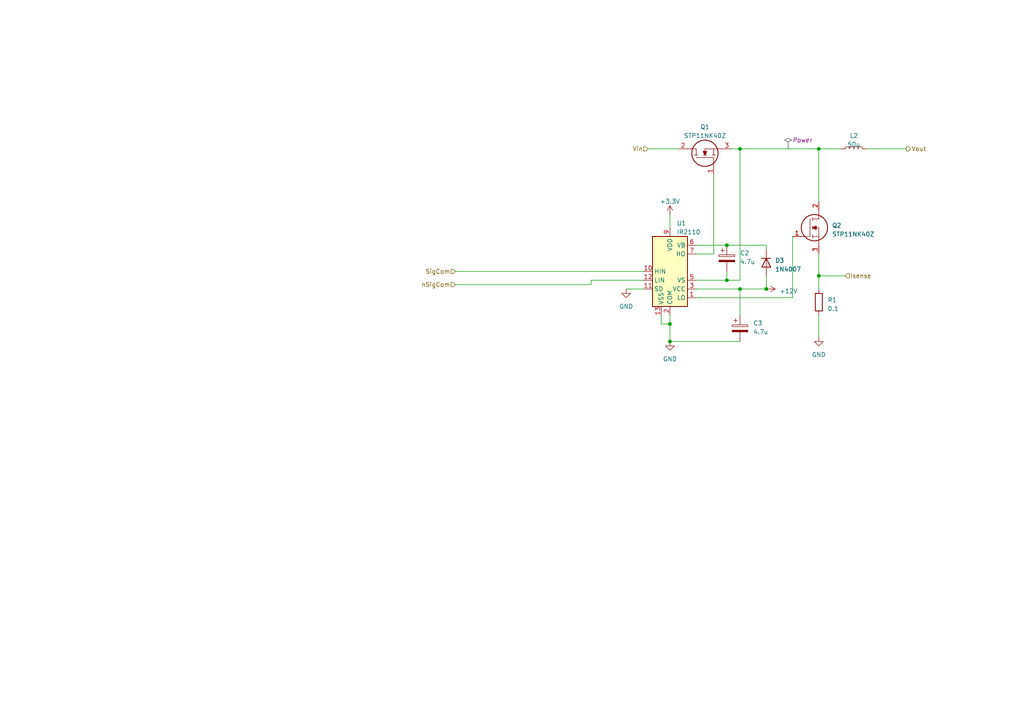
<source format=kicad_sch>
(kicad_sch (version 20230121) (generator eeschema)
  (paper "A4")
  (lib_symbols
    (symbol "Device:C_Polarized" (pin_numbers hide) (pin_names (offset 0.254))
      (property "Reference" "C" (at 0.635 2.54 0))
      (property "Value" "C_Polarized" (at 0.635 -2.54 0))
      (symbol "C_Polarized_0_1"
        (rectangle (start -2.286 0.508) (end 2.286 1.016))
        (polyline (pts (xy -1.778 2.286) (xy -0.762 2.286)))
        (polyline (pts (xy -1.27 2.794) (xy -1.27 1.778)))
        (rectangle (start 2.286 -0.508) (end -2.286 -1.016) (fill (type outline)))
      )
      (symbol "C_Polarized_1_1"
        (pin passive line (at 0 3.81 270) (length 2.794) (name "~") (number "1"))
        (pin passive line (at 0 -3.81 90) (length 2.794) (name "~") (number "2"))
      )
    )
    (symbol "Device:L" (pin_numbers hide) (pin_names (offset 1.016) hide)
      (property "Reference" "L" (at -1.27 0 90))
      (property "Value" "L" (at 1.905 0 90))
      (symbol "L_0_1"
        (arc (start 0 -2.54) (mid 0.6323 -1.905) (end 0 -1.27))
        (arc (start 0 -1.27) (mid 0.6323 -0.635) (end 0 0))
        (arc (start 0 0) (mid 0.6323 0.635) (end 0 1.27))
        (arc (start 0 1.27) (mid 0.6323 1.905) (end 0 2.54))
      )
      (symbol "L_1_1"
        (pin passive line (at 0 3.81 270) (length 1.27) (name "1") (number "1"))
        (pin passive line (at 0 -3.81 90) (length 1.27) (name "2") (number "2"))
      )
    )
    (symbol "Device:R" (pin_numbers hide) (pin_names (offset 0))
      (property "Reference" "R" (at 2.032 0 90))
      (property "Value" "R" (at 0 0 90))
      (symbol "R_0_1"
        (rectangle (start -1.016 -2.54) (end 1.016 2.54) (stroke (width 0.254)))
      )
      (symbol "R_1_1"
        (pin passive line (at 0 3.81 270) (length 1.27) (name "~") (number "1"))
        (pin passive line (at 0 -3.81 90) (length 1.27) (name "~") (number "2"))
      )
    )
    (symbol "Diode:1N4007" (pin_numbers hide) (pin_names hide)
      (property "Reference" "D" (at 0 2.54 0))
      (property "Value" "1N4007" (at 0 -2.54 0))
      (symbol "1N4007_0_1"
        (polyline (pts (xy -1.27 1.27) (xy -1.27 -1.27)) (stroke (width 0.254)))
        (polyline (pts (xy 1.27 0) (xy -1.27 0)))
        (polyline (pts (xy 1.27 1.27) (xy 1.27 -1.27) (xy -1.27 0) (xy 1.27 1.27)) (stroke (width 0.254)))
      )
      (symbol "1N4007_1_1"
        (pin passive line (at -3.81 0 0) (length 2.54) (name "K") (number "1"))
        (pin passive line (at 3.81 0 180) (length 2.54) (name "A") (number "2"))
      )
    )
    (symbol "Driver_FET:IR2110"
      (property "Reference" "U" (at 1.27 13.335 0))
      (property "Value" "IR2110" (at 1.27 11.43 0))
      (symbol "IR2110_0_1"
        (rectangle (start -5.08 -10.16) (end 5.08 10.16) (stroke (width 0.254)) (fill (type background)))
      )
      (symbol "IR2110_1_1"
        (pin output line (at 7.62 -7.62 180) (length 2.54) (name "LO") (number "1"))
        (pin input line (at -7.62 0 0) (length 2.54) (name "HIN") (number "10"))
        (pin input line (at -7.62 -5.08 0) (length 2.54) (name "SD") (number "11"))
        (pin input line (at -7.62 -2.54 0) (length 2.54) (name "LIN") (number "12"))
        (pin power_in line (at -2.54 -12.7 90) (length 2.54) (name "VSS") (number "13"))
        (pin no_connect line (at -5.08 2.54 0) (length 2.54) hide (name "NC") (number "14"))
        (pin power_in line (at 0 -12.7 90) (length 2.54) (name "COM") (number "2"))
        (pin power_in line (at 7.62 -5.08 180) (length 2.54) (name "VCC") (number "3"))
        (pin no_connect line (at -5.08 7.62 0) (length 2.54) hide (name "NC") (number "4"))
        (pin passive line (at 7.62 -2.54 180) (length 2.54) (name "VS") (number "5"))
        (pin passive line (at 7.62 7.62 180) (length 2.54) (name "VB") (number "6"))
        (pin output line (at 7.62 5.08 180) (length 2.54) (name "HO") (number "7"))
        (pin no_connect line (at -5.08 5.08 0) (length 2.54) hide (name "NC") (number "8"))
        (pin power_in line (at 0 12.7 270) (length 2.54) (name "VDD") (number "9"))
      )
    )
    (symbol "ProjLib:STP11NK40Z" (pin_names (offset 0.762))
      (property "Reference" "Q" (at 11.43 3.81 0))
      (property "Value" "STP11NK40Z" (at 11.43 1.27 0))
      (symbol "STP11NK40Z_0_0"
        (pin passive line (at 0 0 0) (length 2.54) (name "~") (number "1"))
        (pin passive line (at 7.62 10.16 270) (length 2.54) (name "~") (number "2"))
        (pin passive line (at 7.62 -5.08 90) (length 2.54) (name "~") (number "3"))
      )
      (symbol "STP11NK40Z_0_1"
        (polyline (pts (xy 5.842 -0.508) (xy 5.842 0.508)) (stroke (width 0.1524)))
        (polyline (pts (xy 5.842 0) (xy 7.62 0)) (stroke (width 0.1524)))
        (polyline (pts (xy 5.842 2.032) (xy 5.842 3.048)) (stroke (width 0.1524)))
        (polyline (pts (xy 5.842 5.588) (xy 5.842 4.572)) (stroke (width 0.1524)))
        (polyline (pts (xy 7.62 2.54) (xy 5.842 2.54)) (stroke (width 0.1524)))
        (polyline (pts (xy 7.62 2.54) (xy 7.62 -2.54)) (stroke (width 0.1524)))
        (polyline (pts (xy 7.62 5.08) (xy 5.842 5.08)) (stroke (width 0.1524)))
        (polyline (pts (xy 7.62 5.08) (xy 7.62 7.62)) (stroke (width 0.1524)))
        (polyline (pts (xy 2.54 0) (xy 5.08 0) (xy 5.08 5.08)) (stroke (width 0.1524)))
        (polyline (pts (xy 5.842 2.54) (xy 6.858 3.048) (xy 6.858 2.032) (xy 5.842 2.54)) (stroke (width 0.254)) (fill (type outline)))
        (circle (center 6.35 2.54) (radius 3.81) (stroke (width 0.254)))
      )
    )
    (symbol "power:+12V" (power) (pin_names (offset 0))
      (property "Value" "+12V" (at 0 3.556 0))
      (symbol "+12V_0_1"
        (polyline (pts (xy -0.762 1.27) (xy 0 2.54)))
        (polyline (pts (xy 0 0) (xy 0 2.54)))
        (polyline (pts (xy 0 2.54) (xy 0.762 1.27)))
      )
      (symbol "+12V_1_1"
        (pin power_in line (at 0 0 90) (length 0) hide (name "+12V") (number "1"))
      )
    )
    (symbol "power:+3.3V" (power) (pin_names (offset 0))
      (property "Value" "+3.3V" (at 0 3.556 0))
      (symbol "+3.3V_0_1"
        (polyline (pts (xy -0.762 1.27) (xy 0 2.54)))
        (polyline (pts (xy 0 0) (xy 0 2.54)))
        (polyline (pts (xy 0 2.54) (xy 0.762 1.27)))
      )
      (symbol "+3.3V_1_1"
        (pin power_in line (at 0 0 90) (length 0) hide (name "+3.3V") (number "1"))
      )
    )
    (symbol "power:GND" (power) (pin_names (offset 0))
      (property "Value" "GND" (at 0 -3.81 0))
      (symbol "GND_0_1"
        (polyline (pts (xy 0 0) (xy 0 -1.27) (xy 1.27 -1.27) (xy 0 -2.54) (xy -1.27 -1.27) (xy 0 -1.27)))
      )
      (symbol "GND_1_1"
        (pin power_in line (at 0 0 270) (length 0) hide (name "GND") (number "1"))
      )
    )
  )
  (junction (at 237.49 80.01))
  (junction (at 237.49 43.18))
  (junction (at 194.31 93.98))
  (junction (at 210.82 81.28))
  (junction (at 210.82 71.12))
  (junction (at 214.63 43.18))
  (junction (at 214.63 83.82))
  (junction (at 194.31 99.06))
  (junction (at 222.25 83.82))
  (wire (pts (xy 194.31 99.06) (xy 214.63 99.06)))
  (wire (pts (xy 237.49 91.44) (xy 237.49 97.79)))
  (wire (pts (xy 207.01 50.8) (xy 207.01 73.66)))
  (wire (pts (xy 237.49 43.18) (xy 237.49 58.42)))
  (wire (pts (xy 222.25 71.12) (xy 210.82 71.12)))
  (wire (pts (xy 222.25 72.39) (xy 222.25 71.12)))
  (wire (pts (xy 262.89 43.18) (xy 251.46 43.18)))
  (wire (pts (xy 201.93 81.28) (xy 210.82 81.28)))
  (wire (pts (xy 229.87 86.36) (xy 229.87 68.58)))
  (wire (pts (xy 201.93 86.36) (xy 229.87 86.36)))
  (wire (pts (xy 191.77 93.98) (xy 194.31 93.98)))
  (wire (pts (xy 210.82 81.28) (xy 214.63 81.28)))
  (wire (pts (xy 171.45 82.55) (xy 171.45 81.28)))
  (wire (pts (xy 237.49 43.18) (xy 214.63 43.18)))
  (wire (pts (xy 194.31 93.98) (xy 194.31 99.06)))
  (wire (pts (xy 201.93 73.66) (xy 207.01 73.66)))
  (wire (pts (xy 237.49 80.01) (xy 245.11 80.01)))
  (wire (pts (xy 214.63 43.18) (xy 214.63 81.28)))
  (wire (pts (xy 222.25 83.82) (xy 214.63 83.82)))
  (wire (pts (xy 132.08 78.74) (xy 186.69 78.74)))
  (wire (pts (xy 132.08 82.55) (xy 171.45 82.55)))
  (wire (pts (xy 222.25 80.01) (xy 222.25 83.82)))
  (wire (pts (xy 214.63 83.82) (xy 201.93 83.82)))
  (wire (pts (xy 214.63 43.18) (xy 212.09 43.18)))
  (wire (pts (xy 210.82 78.74) (xy 210.82 81.28)))
  (wire (pts (xy 194.31 62.23) (xy 194.31 66.04)))
  (wire (pts (xy 171.45 81.28) (xy 186.69 81.28)))
  (wire (pts (xy 237.49 43.18) (xy 243.84 43.18)))
  (wire (pts (xy 187.96 43.18) (xy 196.85 43.18)))
  (wire (pts (xy 237.49 73.66) (xy 237.49 80.01)))
  (wire (pts (xy 214.63 91.44) (xy 214.63 83.82)))
  (wire (pts (xy 191.77 91.44) (xy 191.77 93.98)))
  (wire (pts (xy 194.31 91.44) (xy 194.31 93.98)))
  (wire (pts (xy 237.49 80.01) (xy 237.49 83.82)))
  (wire (pts (xy 201.93 71.12) (xy 210.82 71.12)))
  (wire (pts (xy 181.61 83.82) (xy 186.69 83.82)))
  (hierarchical_label "SigCom" (shape input) (at 132.08 78.74 180))
  (hierarchical_label "Vin" (shape input) (at 187.96 43.18 180))
  (hierarchical_label "Vout" (shape output) (at 262.89 43.18 0))
  (hierarchical_label "Isense" (shape input) (at 245.11 80.01 0))
  (hierarchical_label "nSigCom" (shape input) (at 132.08 82.55 180))
  (netclass_flag "" (length 2.54) (shape diamond) (at 228.6 43.18 0) (property "Netclass" "Power" (at 229.8065 40.64 0) (effects (font italic) (justify left))))
  (symbol (lib_id "ProjLib:STP11NK40Z") (at 207.01 50.8 90) (unit 1)
    (property "Reference" "Q1" (at 204.47 36.83 90))
    (property "Value" "STP11NK40Z" (at 204.47 39.37 90))
    (property "Footprint" "ProjLib:TO-220-3_Vertical_stagger" (effects hide))
    (property "Datasheet" "https://componentsearchengine.com/Datasheets/2/STP11NK40Z.pdf" (effects hide))
    (property "Description" "N-channel MOSFET,STP11NK40Z 9A 400V" (effects hide))
    (property "Height" "4.6" (effects hide))
    (property "Manufacturer_Name" "STMicroelectronics" (effects hide))
    (property "Manufacturer_Part_Number" "STP11NK40Z" (effects hide))
    (property "Mouser Part Number" "511-STP11NK40Z" (effects hide))
    (property "Mouser Price/Stock" "https://www.mouser.co.uk/ProductDetail/STMicroelectronics/STP11NK40Z?qs=mLGruWOCTdHv0iaks22itg%3D%3D" (effects hide))
    (property "Arrow Part Number" "STP11NK40Z" (effects hide))
    (property "Arrow Price/Stock" "https://www.arrow.com/en/products/stp11nk40z/stmicroelectronics" (effects hide))
    (instances (project "Alim_1000W" (path "" (reference "Q1") (unit 1)) (path "" (reference "Q4") (unit 1)) (path "" (reference "Q6") (unit 1))))
  )
  (symbol (lib_id "Driver_FET:IR2110") (at 194.31 78.74 0) (unit 1)
    (property "Reference" "U1" (at 196.2659 64.77 0) (effects (justify left)))
    (property "Value" "IR2110" (at 196.2659 67.31 0) (effects (justify left)))
    (property "Footprint" "ProjLib:DIP-14_W7.62mm_inDIP16" (effects hide))
    (property "Datasheet" "https://www.infineon.com/dgdl/ir2110.pdf?fileId=5546d462533600a4015355c80333167e" (effects hide))
    (instances (project "Alim_1000W" (path "" (reference "U1") (unit 1)) (path "" (reference "U4") (unit 1)) (path "" (reference "U6") (unit 1))))
  )
  (symbol (lib_id "Device:L") (at 247.65 43.18 90) (unit 1)
    (property "Reference" "L2" (at 247.65 39.37 90))
    (property "Value" "50u" (at 247.65 41.91 90))
    (property "Footprint" "Inductor_THT:L_Toroid_Vertical_L41.9mm_W19.1mm_P15.80mm_Vishay_TJ7" (effects hide))
    (instances (project "Alim_1000W" (path "" (reference "L2") (unit 1)) (path "" (reference "L1") (unit 1)) (path "" (reference "L3") (unit 1))))
  )
  (symbol (lib_id "power:GND") (at 181.61 83.82 0) (unit 1)
    (property "Reference" "#PWR08" (effects hide))
    (property "Value" "GND" (at 181.61 88.9 0))
    (instances (project "Alim_1000W" (path "" (reference "#PWR08") (unit 1)) (path "" (reference "#PWR013") (unit 1)) (path "" (reference "#PWR018") (unit 1))))
  )
  (symbol (lib_id "power:+12V") (at 222.25 83.82 270) (unit 1)
    (property "Reference" "#PWR047" (effects hide))
    (property "Value" "+12V" (at 226.06 84.455 90) (effects (justify left)))
    (instances (project "Alim_1000W" (path "" (reference "#PWR047") (unit 1)) (path "" (reference "#PWR046") (unit 1)) (path "" (reference "#PWR048") (unit 1))))
  )
  (symbol (lib_id "Device:C_Polarized") (at 210.82 74.93 0) (unit 1)
    (property "Reference" "C2" (at 214.63 73.406 0) (effects (justify left)))
    (property "Value" "4.7u" (at 214.63 75.946 0) (effects (justify left)))
    (property "Footprint" "ProjLib:CP_Radial_D5.0mm_P2.50mm_spaced" (effects hide))
    (instances (project "Alim_1000W" (path "" (reference "C2") (unit 1)) (path "" (reference "C5") (unit 1)) (path "" (reference "C7") (unit 1))))
  )
  (symbol (lib_id "power:GND") (at 194.31 99.06 0) (unit 1)
    (property "Reference" "#PWR09" (effects hide))
    (property "Value" "GND" (at 194.31 104.14 0))
    (instances (project "Alim_1000W" (path "" (reference "#PWR09") (unit 1)) (path "" (reference "#PWR015") (unit 1)) (path "" (reference "#PWR020") (unit 1))))
  )
  (symbol (lib_id "power:+3.3V") (at 194.31 62.23 0) (unit 1)
    (property "Reference" "#PWR06" (effects hide))
    (property "Value" "+3.3V" (at 194.31 58.42 0))
    (instances (project "Alim_1000W" (path "" (reference "#PWR06") (unit 1)) (path "" (reference "#PWR014") (unit 1)) (path "" (reference "#PWR019") (unit 1))))
  )
  (symbol (lib_id "power:GND") (at 237.49 97.79 0) (unit 1)
    (property "Reference" "#PWR05" (effects hide))
    (property "Value" "GND" (at 237.49 102.87 0))
    (instances (project "Alim_1000W" (path "" (reference "#PWR05") (unit 1)) (path "" (reference "#PWR017") (unit 1)) (path "" (reference "#PWR022") (unit 1))))
  )
  (symbol (lib_id "Device:C_Polarized") (at 214.63 95.25 0) (unit 1)
    (property "Reference" "C3" (at 218.44 93.726 0) (effects (justify left)))
    (property "Value" "4.7u" (at 218.44 96.266 0) (effects (justify left)))
    (property "Footprint" "ProjLib:CP_Radial_D5.0mm_P2.50mm_spaced" (effects hide))
    (instances (project "Alim_1000W" (path "" (reference "C3") (unit 1)) (path "" (reference "C6") (unit 1)) (path "" (reference "C8") (unit 1))))
  )
  (symbol (lib_id "Device:R") (at 237.49 87.63 0) (unit 1)
    (property "Reference" "R1" (at 240.03 86.995 0) (effects (justify left)))
    (property "Value" "0.1" (at 240.03 89.535 0) (effects (justify left)))
    (property "Footprint" "Resistor_THT:R_Radial_Power_L13.0mm_W9.0mm_P5.00mm" (effects hide))
    (instances (project "Alim_1000W" (path "" (reference "R1") (unit 1)) (path "" (reference "R4") (unit 1)) (path "" (reference "R5") (unit 1))))
  )
  (symbol (lib_id "Diode:1N4007") (at 222.25 76.2 270) (unit 1)
    (property "Reference" "D3" (at 224.79 75.565 90) (effects (justify left)))
    (property "Value" "1N4007" (at 224.79 78.105 90) (effects (justify left)))
    (property "Footprint" "Diode_THT:D_DO-41_SOD81_P10.16mm_Horizontal" (effects hide))
    (property "Datasheet" "http://www.vishay.com/docs/88503/1n4001.pdf" (effects hide))
    (property "Sim.Device" "D" (effects hide))
    (property "Sim.Pins" "1=K 2=A" (effects hide))
    (instances (project "Alim_1000W" (path "" (reference "D3") (unit 1)) (path "" (reference "D2") (unit 1)) (path "" (reference "D4") (unit 1))))
  )
  (symbol (lib_id "ProjLib:STP11NK40Z") (at 229.87 68.58 0) (unit 1)
    (property "Reference" "Q2" (at 241.3 65.405 0) (effects (justify left)))
    (property "Value" "STP11NK40Z" (at 241.3 67.945 0) (effects (justify left)))
    (property "Footprint" "ProjLib:TO-220-3_Vertical_stagger" (effects hide))
    (property "Datasheet" "https://componentsearchengine.com/Datasheets/2/STP11NK40Z.pdf" (effects hide))
    (property "Description" "N-channel MOSFET,STP11NK40Z 9A 400V" (effects hide))
    (property "Height" "4.6" (effects hide))
    (property "Manufacturer_Name" "STMicroelectronics" (effects hide))
    (property "Manufacturer_Part_Number" "STP11NK40Z" (effects hide))
    (property "Mouser Part Number" "511-STP11NK40Z" (effects hide))
    (property "Mouser Price/Stock" "https://www.mouser.co.uk/ProductDetail/STMicroelectronics/STP11NK40Z?qs=mLGruWOCTdHv0iaks22itg%3D%3D" (effects hide))
    (property "Arrow Part Number" "STP11NK40Z" (effects hide))
    (property "Arrow Price/Stock" "https://www.arrow.com/en/products/stp11nk40z/stmicroelectronics" (effects hide))
    (instances (project "Alim_1000W" (path "" (reference "Q2") (unit 1)) (path "" (reference "Q5") (unit 1)) (path "" (reference "Q7") (unit 1))))
  )
)
</source>
